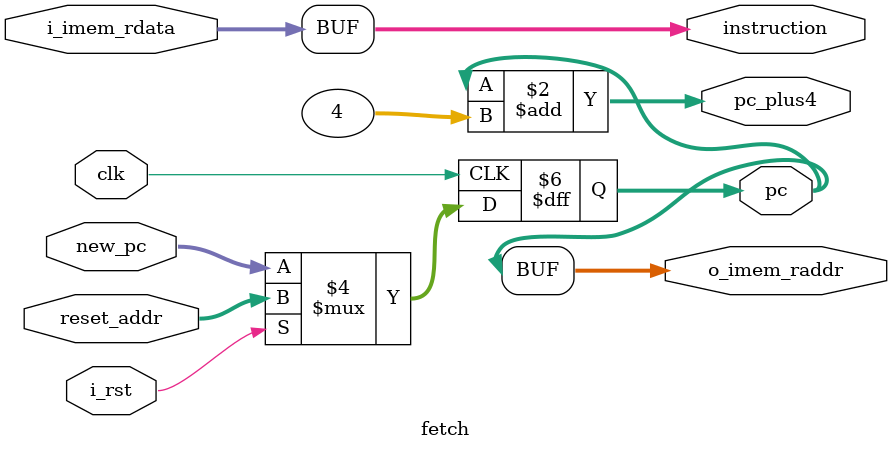
<source format=v>
module fetch(
    input clk, i_rst,
    input [31:0] new_pc,
    input [31:0] i_imem_rdata,
    input [31:0] reset_addr,
    output [31:0] o_imem_raddr,
    output [31:0] instruction,
    output [31:0] pc_plus4,
    output reg [31:0] pc
);

    // Infers PC flop with active high reset
    always @(posedge clk) begin
        // infer pc reg
        if (i_rst)
            pc <= reset_addr;
        else
            pc <= new_pc;
    end

    // increment pc by 4
    assign pc_plus4 = pc + 32'h4;

    // Output the instruction read from memory
    assign instruction = i_imem_rdata;

    // set o_imem_raddr to current pc (so it can be used to fetch instruction in hart.v)
    assign o_imem_raddr = pc;

endmodule
</source>
